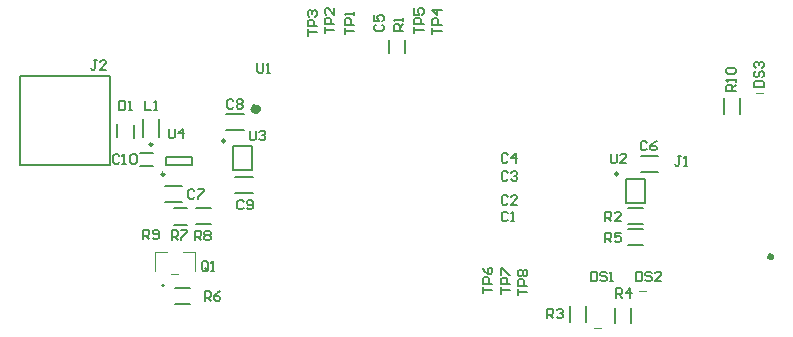
<source format=gto>
G04*
G04 #@! TF.GenerationSoftware,Altium Limited,Altium Designer,22.5.1 (42)*
G04*
G04 Layer_Color=65535*
%FSLAX44Y44*%
%MOMM*%
G71*
G04*
G04 #@! TF.SameCoordinates,16E258D9-83B2-4854-9FD3-66D1B54B03FA*
G04*
G04*
G04 #@! TF.FilePolarity,Positive*
G04*
G01*
G75*
%ADD10C,0.2500*%
%ADD11C,0.7620*%
%ADD12C,0.2000*%
%ADD13C,0.5080*%
%ADD14C,0.1778*%
%ADD15C,0.1000*%
%ADD16C,0.1499*%
%ADD17C,0.1500*%
D10*
X142190Y152580D02*
G03*
X142190Y152580I-1250J0D01*
G01*
X193530Y180870D02*
G03*
X193530Y180870I-1250J0D01*
G01*
X132060Y177908D02*
G03*
X132060Y177908I-1250J0D01*
G01*
X526270Y152930D02*
G03*
X526270Y152930I-1250J0D01*
G01*
D11*
X220192Y207820D02*
G03*
X220192Y207820I-762J0D01*
G01*
D12*
X142130Y58470D02*
G03*
X142130Y58470I-1000J0D01*
G01*
X615804Y204005D02*
Y217127D01*
X629304Y204005D02*
Y217127D01*
X486010Y27729D02*
Y40851D01*
X499510Y27729D02*
Y40851D01*
X143940Y166830D02*
X165940D01*
X143940Y160830D02*
X165940D01*
Y166830D01*
X143940Y160830D02*
Y166830D01*
X534459Y92310D02*
X547581D01*
X534459Y105810D02*
X547581D01*
X534459Y123590D02*
X547581D01*
X534459Y110090D02*
X547581D01*
X332090Y254850D02*
Y265850D01*
X346090Y254850D02*
Y265850D01*
X202188Y150372D02*
X216912D01*
X202188Y136648D02*
X216912D01*
X200280Y155870D02*
X216280D01*
X200280Y176870D02*
X216280D01*
Y155870D02*
Y176870D01*
X200280Y155870D02*
Y176870D01*
X545563Y168152D02*
X560288D01*
X545563Y154428D02*
X560288D01*
X102220Y183730D02*
Y194730D01*
X116120Y183630D02*
Y194630D01*
X137672Y184408D02*
Y199132D01*
X123948Y184408D02*
Y199132D01*
X194568Y203712D02*
X209292D01*
X194568Y189988D02*
X209292D01*
X121686Y170914D02*
X132314D01*
X121686Y159286D02*
X132314D01*
X142498Y142752D02*
X157222D01*
X142498Y129028D02*
X157222D01*
X150919Y42780D02*
X164041D01*
X150919Y56280D02*
X164041D01*
X168699Y123590D02*
X181821D01*
X168699Y110090D02*
X181821D01*
X150710Y109840D02*
X161710D01*
X150710Y123840D02*
X161710D01*
X533020Y127930D02*
X549020D01*
X533020Y148930D02*
X549020D01*
Y127930D02*
Y148930D01*
X533020Y127930D02*
Y148930D01*
X524110Y26459D02*
Y39581D01*
X537610Y26459D02*
Y39581D01*
D13*
X656212Y82800D02*
G03*
X656212Y82800I-762J0D01*
G01*
D14*
X19900Y236000D02*
X95900D01*
X19900Y160000D02*
X95900D01*
Y236000D01*
X19900Y160000D02*
Y236000D01*
D15*
X642922Y221740D02*
X648922D01*
X506270Y22100D02*
X512270D01*
X148130Y68470D02*
X154130D01*
X158130Y86470D02*
X168130D01*
Y70470D02*
Y86470D01*
X134130D02*
X144130D01*
X134130Y70470D02*
Y86470D01*
X544370Y54100D02*
X550370D01*
D16*
X641669Y226573D02*
X649667D01*
Y230571D01*
X648334Y231904D01*
X643002D01*
X641669Y230571D01*
Y226573D01*
X643002Y239902D02*
X641669Y238569D01*
Y235903D01*
X643002Y234570D01*
X644335D01*
X645668Y235903D01*
Y238569D01*
X647001Y239902D01*
X648334D01*
X649667Y238569D01*
Y235903D01*
X648334Y234570D01*
X643002Y242568D02*
X641669Y243901D01*
Y246566D01*
X643002Y247899D01*
X644335D01*
X645668Y246566D01*
Y245233D01*
Y246566D01*
X647001Y247899D01*
X648334D01*
X649667Y246566D01*
Y243901D01*
X648334Y242568D01*
X625791Y222921D02*
X617793D01*
Y226920D01*
X619126Y228253D01*
X621792D01*
X623125Y226920D01*
Y222921D01*
Y225587D02*
X625791Y228253D01*
Y230919D02*
Y233584D01*
Y232252D01*
X617793D01*
X619126Y230919D01*
Y237583D02*
X617793Y238916D01*
Y241582D01*
X619126Y242915D01*
X624458D01*
X625791Y241582D01*
Y238916D01*
X624458Y237583D01*
X619126D01*
D17*
X214315Y189419D02*
Y182754D01*
X215648Y181421D01*
X218314D01*
X219647Y182754D01*
Y189419D01*
X222313Y188086D02*
X223646Y189419D01*
X226312D01*
X227645Y188086D01*
Y186753D01*
X226312Y185420D01*
X224979D01*
X226312D01*
X227645Y184087D01*
Y182754D01*
X226312Y181421D01*
X223646D01*
X222313Y182754D01*
X515305Y95061D02*
Y103059D01*
X519304D01*
X520637Y101726D01*
Y99060D01*
X519304Y97727D01*
X515305D01*
X517971D02*
X520637Y95061D01*
X528634Y103059D02*
X523303D01*
Y99060D01*
X525969Y100393D01*
X527302D01*
X528634Y99060D01*
Y96394D01*
X527302Y95061D01*
X524636D01*
X523303Y96394D01*
X515305Y112841D02*
Y120839D01*
X519304D01*
X520637Y119506D01*
Y116840D01*
X519304Y115507D01*
X515305D01*
X517971D02*
X520637Y112841D01*
X528634D02*
X523303D01*
X528634Y118173D01*
Y119506D01*
X527302Y120839D01*
X524636D01*
X523303Y119506D01*
X433007Y169036D02*
X431674Y170369D01*
X429008D01*
X427676Y169036D01*
Y163704D01*
X429008Y162371D01*
X431674D01*
X433007Y163704D01*
X439672Y162371D02*
Y170369D01*
X435673Y166370D01*
X441004D01*
X433070Y119506D02*
X431737Y120839D01*
X429071D01*
X427738Y119506D01*
Y114174D01*
X429071Y112841D01*
X431737D01*
X433070Y114174D01*
X435736Y112841D02*
X438402D01*
X437069D01*
Y120839D01*
X435736Y119506D01*
X145736Y191197D02*
Y184532D01*
X147068Y183199D01*
X149734D01*
X151067Y184532D01*
Y191197D01*
X157732Y183199D02*
Y191197D01*
X153733Y187198D01*
X159065D01*
X520108Y169946D02*
Y163281D01*
X521441Y161949D01*
X524107D01*
X525440Y163281D01*
Y169946D01*
X533438Y161949D02*
X528106D01*
X533438Y167280D01*
Y168613D01*
X532105Y169946D01*
X529439D01*
X528106Y168613D01*
X220728Y246569D02*
Y239904D01*
X222061Y238571D01*
X224727D01*
X226060Y239904D01*
Y246569D01*
X228726Y238571D02*
X231392D01*
X230059D01*
Y246569D01*
X228726Y245236D01*
X441517Y50297D02*
Y55628D01*
Y52963D01*
X449515D01*
Y58294D02*
X441517D01*
Y62293D01*
X442850Y63626D01*
X445516D01*
X446849Y62293D01*
Y58294D01*
X442850Y66292D02*
X441517Y67625D01*
Y70290D01*
X442850Y71623D01*
X444183D01*
X445516Y70290D01*
X446849Y71623D01*
X448182D01*
X449515Y70290D01*
Y67625D01*
X448182Y66292D01*
X446849D01*
X445516Y67625D01*
X444183Y66292D01*
X442850D01*
X445516Y67625D02*
Y70290D01*
X427039Y51567D02*
Y56898D01*
Y54233D01*
X435037D01*
Y59564D02*
X427039D01*
Y63563D01*
X428372Y64896D01*
X431038D01*
X432371Y63563D01*
Y59564D01*
X427039Y67562D02*
Y72893D01*
X428372D01*
X433704Y67562D01*
X435037D01*
X411799Y52075D02*
Y57406D01*
Y54741D01*
X419797D01*
Y60072D02*
X411799D01*
Y64071D01*
X413132Y65404D01*
X415798D01*
X417131Y64071D01*
Y60072D01*
X411799Y73401D02*
X413132Y70735D01*
X415798Y68070D01*
X418464D01*
X419797Y69402D01*
Y72068D01*
X418464Y73401D01*
X417131D01*
X415798Y72068D01*
Y68070D01*
X353887Y271785D02*
Y277116D01*
Y274451D01*
X361885D01*
Y279782D02*
X353887D01*
Y283781D01*
X355220Y285114D01*
X357886D01*
X359219Y283781D01*
Y279782D01*
X353887Y293111D02*
Y287780D01*
X357886D01*
X356553Y290445D01*
Y291778D01*
X357886Y293111D01*
X360552D01*
X361885Y291778D01*
Y289112D01*
X360552Y287780D01*
X368873Y271277D02*
Y276608D01*
Y273943D01*
X376871D01*
Y279274D02*
X368873D01*
Y283273D01*
X370206Y284606D01*
X372872D01*
X374205Y283273D01*
Y279274D01*
X376871Y291270D02*
X368873D01*
X372872Y287272D01*
Y292603D01*
X263463Y270007D02*
Y275338D01*
Y272673D01*
X271461D01*
Y278004D02*
X263463D01*
Y282003D01*
X264796Y283336D01*
X267462D01*
X268795Y282003D01*
Y278004D01*
X264796Y286002D02*
X263463Y287334D01*
Y290000D01*
X264796Y291333D01*
X266129D01*
X267462Y290000D01*
Y288667D01*
Y290000D01*
X268795Y291333D01*
X270128D01*
X271461Y290000D01*
Y287334D01*
X270128Y286002D01*
X277941Y271785D02*
Y277116D01*
Y274451D01*
X285939D01*
Y279782D02*
X277941D01*
Y283781D01*
X279274Y285114D01*
X281940D01*
X283273Y283781D01*
Y279782D01*
X285939Y293111D02*
Y287780D01*
X280607Y293111D01*
X279274D01*
X277941Y291778D01*
Y289112D01*
X279274Y287780D01*
X294705Y271340D02*
Y276671D01*
Y274006D01*
X302703D01*
Y279337D02*
X294705D01*
Y283336D01*
X296038Y284669D01*
X298704D01*
X300037Y283336D01*
Y279337D01*
X302703Y287334D02*
Y290000D01*
Y288667D01*
X294705D01*
X296038Y287334D01*
X124145Y97601D02*
Y105599D01*
X128144D01*
X129477Y104266D01*
Y101600D01*
X128144Y100267D01*
X124145D01*
X126811D02*
X129477Y97601D01*
X132143Y98934D02*
X133476Y97601D01*
X136142D01*
X137474Y98934D01*
Y104266D01*
X136142Y105599D01*
X133476D01*
X132143Y104266D01*
Y102933D01*
X133476Y101600D01*
X137474D01*
X168088Y96839D02*
Y104837D01*
X172086D01*
X173419Y103504D01*
Y100838D01*
X172086Y99505D01*
X168088D01*
X170753D02*
X173419Y96839D01*
X176085Y103504D02*
X177418Y104837D01*
X180084D01*
X181416Y103504D01*
Y102171D01*
X180084Y100838D01*
X181416Y99505D01*
Y98172D01*
X180084Y96839D01*
X177418D01*
X176085Y98172D01*
Y99505D01*
X177418Y100838D01*
X176085Y102171D01*
Y103504D01*
X177418Y100838D02*
X180084D01*
X148275Y97093D02*
Y105091D01*
X152274D01*
X153607Y103758D01*
Y101092D01*
X152274Y99759D01*
X148275D01*
X150941D02*
X153607Y97093D01*
X156273Y105091D02*
X161604D01*
Y103758D01*
X156273Y98426D01*
Y97093D01*
X176215Y45531D02*
Y53529D01*
X180214D01*
X181547Y52196D01*
Y49530D01*
X180214Y48197D01*
X176215D01*
X178881D02*
X181547Y45531D01*
X189545Y53529D02*
X186879Y52196D01*
X184213Y49530D01*
Y46864D01*
X185546Y45531D01*
X188212D01*
X189545Y46864D01*
Y48197D01*
X188212Y49530D01*
X184213D01*
X524680Y48156D02*
Y56154D01*
X528679D01*
X530012Y54821D01*
Y52155D01*
X528679Y50822D01*
X524680D01*
X527346D02*
X530012Y48156D01*
X536677D02*
Y56154D01*
X532678Y52155D01*
X538009D01*
X466283Y30799D02*
Y38797D01*
X470282D01*
X471615Y37464D01*
Y34798D01*
X470282Y33465D01*
X466283D01*
X468949D02*
X471615Y30799D01*
X474281Y37464D02*
X475614Y38797D01*
X478280D01*
X479613Y37464D01*
Y36131D01*
X478280Y34798D01*
X476947D01*
X478280D01*
X479613Y33465D01*
Y32132D01*
X478280Y30799D01*
X475614D01*
X474281Y32132D01*
X344359Y274068D02*
X336361D01*
Y278067D01*
X337694Y279400D01*
X340360D01*
X341693Y278067D01*
Y274068D01*
Y276734D02*
X344359Y279400D01*
Y282066D02*
Y284732D01*
Y283399D01*
X336361D01*
X337694Y282066D01*
X179070Y72264D02*
Y77596D01*
X177737Y78929D01*
X175071D01*
X173738Y77596D01*
Y72264D01*
X175071Y70931D01*
X177737D01*
X176404Y73597D02*
X179070Y70931D01*
X177737D02*
X179070Y72264D01*
X181736Y70931D02*
X184402D01*
X183069D01*
Y78929D01*
X181736Y77596D01*
X125478Y214819D02*
Y206821D01*
X130810D01*
X133476D02*
X136142D01*
X134809D01*
Y214819D01*
X133476Y213486D01*
X85027Y249109D02*
X82361D01*
X83694D01*
Y242444D01*
X82361Y241111D01*
X81028D01*
X79696Y242444D01*
X93025Y241111D02*
X87693D01*
X93025Y246443D01*
Y247776D01*
X91692Y249109D01*
X89026D01*
X87693Y247776D01*
X579542Y167914D02*
X576876D01*
X578209D01*
Y161249D01*
X576876Y159916D01*
X575543D01*
X574211Y161249D01*
X582208Y159916D02*
X584874D01*
X583541D01*
Y167914D01*
X582208Y166581D01*
X541445Y70124D02*
Y62126D01*
X545443D01*
X546776Y63459D01*
Y68791D01*
X545443Y70124D01*
X541445D01*
X554773Y68791D02*
X553441Y70124D01*
X550775D01*
X549442Y68791D01*
Y67458D01*
X550775Y66125D01*
X553441D01*
X554773Y64792D01*
Y63459D01*
X553441Y62126D01*
X550775D01*
X549442Y63459D01*
X562771Y62126D02*
X557439D01*
X562771Y67458D01*
Y68791D01*
X561438Y70124D01*
X558772D01*
X557439Y68791D01*
X503344Y70124D02*
Y62126D01*
X507343D01*
X508676Y63459D01*
Y68791D01*
X507343Y70124D01*
X503344D01*
X516674Y68791D02*
X515341Y70124D01*
X512675D01*
X511342Y68791D01*
Y67458D01*
X512675Y66125D01*
X515341D01*
X516674Y64792D01*
Y63459D01*
X515341Y62126D01*
X512675D01*
X511342Y63459D01*
X519339Y62126D02*
X522005D01*
X520672D01*
Y70124D01*
X519339Y68791D01*
X103888Y214819D02*
Y206821D01*
X107887D01*
X109220Y208154D01*
Y213486D01*
X107887Y214819D01*
X103888D01*
X111886Y206821D02*
X114552D01*
X113219D01*
Y214819D01*
X111886Y213486D01*
X104047Y168020D02*
X102714Y169353D01*
X100048D01*
X98715Y168020D01*
Y162688D01*
X100048Y161355D01*
X102714D01*
X104047Y162688D01*
X106713Y161355D02*
X109378D01*
X108046D01*
Y169353D01*
X106713Y168020D01*
X113377D02*
X114710Y169353D01*
X117376D01*
X118709Y168020D01*
Y162688D01*
X117376Y161355D01*
X114710D01*
X113377Y162688D01*
Y168020D01*
X209233Y129412D02*
X207900Y130745D01*
X205234D01*
X203902Y129412D01*
Y124080D01*
X205234Y122747D01*
X207900D01*
X209233Y124080D01*
X211899D02*
X213232Y122747D01*
X215898D01*
X217230Y124080D01*
Y129412D01*
X215898Y130745D01*
X213232D01*
X211899Y129412D01*
Y128079D01*
X213232Y126746D01*
X217230D01*
X200597Y214756D02*
X199264Y216089D01*
X196598D01*
X195266Y214756D01*
Y209424D01*
X196598Y208091D01*
X199264D01*
X200597Y209424D01*
X203263Y214756D02*
X204596Y216089D01*
X207262D01*
X208594Y214756D01*
Y213423D01*
X207262Y212090D01*
X208594Y210757D01*
Y209424D01*
X207262Y208091D01*
X204596D01*
X203263Y209424D01*
Y210757D01*
X204596Y212090D01*
X203263Y213423D01*
Y214756D01*
X204596Y212090D02*
X207262D01*
X167577Y138556D02*
X166244Y139889D01*
X163578D01*
X162246Y138556D01*
Y133224D01*
X163578Y131891D01*
X166244D01*
X167577Y133224D01*
X170243Y139889D02*
X175574D01*
Y138556D01*
X170243Y133224D01*
Y131891D01*
X550863Y179450D02*
X549530Y180783D01*
X546864D01*
X545532Y179450D01*
Y174118D01*
X546864Y172785D01*
X549530D01*
X550863Y174118D01*
X558861Y180783D02*
X556195Y179450D01*
X553529Y176784D01*
Y174118D01*
X554862Y172785D01*
X557528D01*
X558861Y174118D01*
Y175451D01*
X557528Y176784D01*
X553529D01*
X321184Y279337D02*
X319851Y278004D01*
Y275338D01*
X321184Y274006D01*
X326516D01*
X327849Y275338D01*
Y278004D01*
X326516Y279337D01*
X319851Y287334D02*
Y282003D01*
X323850D01*
X322517Y284669D01*
Y286002D01*
X323850Y287334D01*
X326516D01*
X327849Y286002D01*
Y283336D01*
X326516Y282003D01*
X433007Y153796D02*
X431674Y155129D01*
X429008D01*
X427676Y153796D01*
Y148464D01*
X429008Y147131D01*
X431674D01*
X433007Y148464D01*
X435673Y153796D02*
X437006Y155129D01*
X439672D01*
X441004Y153796D01*
Y152463D01*
X439672Y151130D01*
X438339D01*
X439672D01*
X441004Y149797D01*
Y148464D01*
X439672Y147131D01*
X437006D01*
X435673Y148464D01*
X433007Y133476D02*
X431674Y134809D01*
X429008D01*
X427676Y133476D01*
Y128144D01*
X429008Y126811D01*
X431674D01*
X433007Y128144D01*
X441004Y126811D02*
X435673D01*
X441004Y132143D01*
Y133476D01*
X439672Y134809D01*
X437006D01*
X435673Y133476D01*
M02*

</source>
